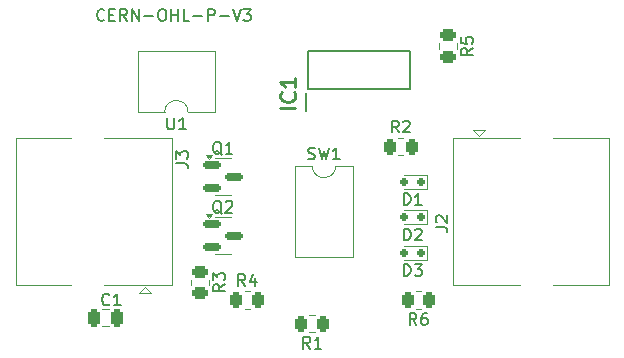
<source format=gbr>
%TF.GenerationSoftware,KiCad,Pcbnew,8.0.1*%
%TF.CreationDate,2024-05-29T09:24:11+02:00*%
%TF.ProjectId,KiCad schema,4b694361-6420-4736-9368-656d612e6b69,rev?*%
%TF.SameCoordinates,Original*%
%TF.FileFunction,Legend,Top*%
%TF.FilePolarity,Positive*%
%FSLAX46Y46*%
G04 Gerber Fmt 4.6, Leading zero omitted, Abs format (unit mm)*
G04 Created by KiCad (PCBNEW 8.0.1) date 2024-05-29 09:24:11*
%MOMM*%
%LPD*%
G01*
G04 APERTURE LIST*
G04 Aperture macros list*
%AMRoundRect*
0 Rectangle with rounded corners*
0 $1 Rounding radius*
0 $2 $3 $4 $5 $6 $7 $8 $9 X,Y pos of 4 corners*
0 Add a 4 corners polygon primitive as box body*
4,1,4,$2,$3,$4,$5,$6,$7,$8,$9,$2,$3,0*
0 Add four circle primitives for the rounded corners*
1,1,$1+$1,$2,$3*
1,1,$1+$1,$4,$5*
1,1,$1+$1,$6,$7*
1,1,$1+$1,$8,$9*
0 Add four rect primitives between the rounded corners*
20,1,$1+$1,$2,$3,$4,$5,0*
20,1,$1+$1,$4,$5,$6,$7,0*
20,1,$1+$1,$6,$7,$8,$9,0*
20,1,$1+$1,$8,$9,$2,$3,0*%
G04 Aperture macros list end*
%ADD10C,0.155000*%
%ADD11C,0.254000*%
%ADD12C,0.153000*%
%ADD13C,0.120000*%
%ADD14C,0.200000*%
%ADD15RoundRect,0.250000X0.262500X0.450000X-0.262500X0.450000X-0.262500X-0.450000X0.262500X-0.450000X0*%
%ADD16R,0.700000X1.550000*%
%ADD17C,2.300000*%
%ADD18R,1.520000X1.520000*%
%ADD19C,1.520000*%
%ADD20RoundRect,0.250000X0.250000X0.475000X-0.250000X0.475000X-0.250000X-0.475000X0.250000X-0.475000X0*%
%ADD21RoundRect,0.150000X-0.587500X-0.150000X0.587500X-0.150000X0.587500X0.150000X-0.587500X0.150000X0*%
%ADD22RoundRect,0.150000X-0.150000X-0.200000X0.150000X-0.200000X0.150000X0.200000X-0.150000X0.200000X0*%
%ADD23R,1.500000X1.780000*%
%ADD24RoundRect,0.250000X-0.450000X0.262500X-0.450000X-0.262500X0.450000X-0.262500X0.450000X0.262500X0*%
%ADD25RoundRect,0.250000X-0.262500X-0.450000X0.262500X-0.450000X0.262500X0.450000X-0.262500X0.450000X0*%
%ADD26R,2.000000X1.780000*%
%ADD27O,1.700000X1.700000*%
%ADD28R,1.700000X1.700000*%
G04 APERTURE END LIST*
D10*
X84411496Y-50774320D02*
X84363877Y-50821940D01*
X84363877Y-50821940D02*
X84221020Y-50869559D01*
X84221020Y-50869559D02*
X84125782Y-50869559D01*
X84125782Y-50869559D02*
X83982925Y-50821940D01*
X83982925Y-50821940D02*
X83887687Y-50726701D01*
X83887687Y-50726701D02*
X83840068Y-50631463D01*
X83840068Y-50631463D02*
X83792449Y-50440987D01*
X83792449Y-50440987D02*
X83792449Y-50298130D01*
X83792449Y-50298130D02*
X83840068Y-50107654D01*
X83840068Y-50107654D02*
X83887687Y-50012416D01*
X83887687Y-50012416D02*
X83982925Y-49917178D01*
X83982925Y-49917178D02*
X84125782Y-49869559D01*
X84125782Y-49869559D02*
X84221020Y-49869559D01*
X84221020Y-49869559D02*
X84363877Y-49917178D01*
X84363877Y-49917178D02*
X84411496Y-49964797D01*
X84840068Y-50345749D02*
X85173401Y-50345749D01*
X85316258Y-50869559D02*
X84840068Y-50869559D01*
X84840068Y-50869559D02*
X84840068Y-49869559D01*
X84840068Y-49869559D02*
X85316258Y-49869559D01*
X86316258Y-50869559D02*
X85982925Y-50393368D01*
X85744830Y-50869559D02*
X85744830Y-49869559D01*
X85744830Y-49869559D02*
X86125782Y-49869559D01*
X86125782Y-49869559D02*
X86221020Y-49917178D01*
X86221020Y-49917178D02*
X86268639Y-49964797D01*
X86268639Y-49964797D02*
X86316258Y-50060035D01*
X86316258Y-50060035D02*
X86316258Y-50202892D01*
X86316258Y-50202892D02*
X86268639Y-50298130D01*
X86268639Y-50298130D02*
X86221020Y-50345749D01*
X86221020Y-50345749D02*
X86125782Y-50393368D01*
X86125782Y-50393368D02*
X85744830Y-50393368D01*
X86744830Y-50869559D02*
X86744830Y-49869559D01*
X86744830Y-49869559D02*
X87316258Y-50869559D01*
X87316258Y-50869559D02*
X87316258Y-49869559D01*
X87792449Y-50488606D02*
X88554354Y-50488606D01*
X89221020Y-49869559D02*
X89411496Y-49869559D01*
X89411496Y-49869559D02*
X89506734Y-49917178D01*
X89506734Y-49917178D02*
X89601972Y-50012416D01*
X89601972Y-50012416D02*
X89649591Y-50202892D01*
X89649591Y-50202892D02*
X89649591Y-50536225D01*
X89649591Y-50536225D02*
X89601972Y-50726701D01*
X89601972Y-50726701D02*
X89506734Y-50821940D01*
X89506734Y-50821940D02*
X89411496Y-50869559D01*
X89411496Y-50869559D02*
X89221020Y-50869559D01*
X89221020Y-50869559D02*
X89125782Y-50821940D01*
X89125782Y-50821940D02*
X89030544Y-50726701D01*
X89030544Y-50726701D02*
X88982925Y-50536225D01*
X88982925Y-50536225D02*
X88982925Y-50202892D01*
X88982925Y-50202892D02*
X89030544Y-50012416D01*
X89030544Y-50012416D02*
X89125782Y-49917178D01*
X89125782Y-49917178D02*
X89221020Y-49869559D01*
X90078163Y-50869559D02*
X90078163Y-49869559D01*
X90078163Y-50345749D02*
X90649591Y-50345749D01*
X90649591Y-50869559D02*
X90649591Y-49869559D01*
X91601972Y-50869559D02*
X91125782Y-50869559D01*
X91125782Y-50869559D02*
X91125782Y-49869559D01*
X91935306Y-50488606D02*
X92697211Y-50488606D01*
X93173401Y-50869559D02*
X93173401Y-49869559D01*
X93173401Y-49869559D02*
X93554353Y-49869559D01*
X93554353Y-49869559D02*
X93649591Y-49917178D01*
X93649591Y-49917178D02*
X93697210Y-49964797D01*
X93697210Y-49964797D02*
X93744829Y-50060035D01*
X93744829Y-50060035D02*
X93744829Y-50202892D01*
X93744829Y-50202892D02*
X93697210Y-50298130D01*
X93697210Y-50298130D02*
X93649591Y-50345749D01*
X93649591Y-50345749D02*
X93554353Y-50393368D01*
X93554353Y-50393368D02*
X93173401Y-50393368D01*
X94173401Y-50488606D02*
X94935306Y-50488606D01*
X95268639Y-49869559D02*
X95601972Y-50869559D01*
X95601972Y-50869559D02*
X95935305Y-49869559D01*
X96173401Y-49869559D02*
X96792448Y-49869559D01*
X96792448Y-49869559D02*
X96459115Y-50250511D01*
X96459115Y-50250511D02*
X96601972Y-50250511D01*
X96601972Y-50250511D02*
X96697210Y-50298130D01*
X96697210Y-50298130D02*
X96744829Y-50345749D01*
X96744829Y-50345749D02*
X96792448Y-50440987D01*
X96792448Y-50440987D02*
X96792448Y-50679082D01*
X96792448Y-50679082D02*
X96744829Y-50774320D01*
X96744829Y-50774320D02*
X96697210Y-50821940D01*
X96697210Y-50821940D02*
X96601972Y-50869559D01*
X96601972Y-50869559D02*
X96316258Y-50869559D01*
X96316258Y-50869559D02*
X96221020Y-50821940D01*
X96221020Y-50821940D02*
X96173401Y-50774320D01*
X101833333Y-78604559D02*
X101500000Y-78128368D01*
X101261905Y-78604559D02*
X101261905Y-77604559D01*
X101261905Y-77604559D02*
X101642857Y-77604559D01*
X101642857Y-77604559D02*
X101738095Y-77652178D01*
X101738095Y-77652178D02*
X101785714Y-77699797D01*
X101785714Y-77699797D02*
X101833333Y-77795035D01*
X101833333Y-77795035D02*
X101833333Y-77937892D01*
X101833333Y-77937892D02*
X101785714Y-78033130D01*
X101785714Y-78033130D02*
X101738095Y-78080749D01*
X101738095Y-78080749D02*
X101642857Y-78128368D01*
X101642857Y-78128368D02*
X101261905Y-78128368D01*
X102785714Y-78604559D02*
X102214286Y-78604559D01*
X102500000Y-78604559D02*
X102500000Y-77604559D01*
X102500000Y-77604559D02*
X102404762Y-77747416D01*
X102404762Y-77747416D02*
X102309524Y-77842654D01*
X102309524Y-77842654D02*
X102214286Y-77890273D01*
D11*
X100574318Y-58239762D02*
X99304318Y-58239762D01*
X100453365Y-56909285D02*
X100513842Y-56969761D01*
X100513842Y-56969761D02*
X100574318Y-57151190D01*
X100574318Y-57151190D02*
X100574318Y-57272142D01*
X100574318Y-57272142D02*
X100513842Y-57453571D01*
X100513842Y-57453571D02*
X100392889Y-57574523D01*
X100392889Y-57574523D02*
X100271937Y-57635000D01*
X100271937Y-57635000D02*
X100030032Y-57695476D01*
X100030032Y-57695476D02*
X99848603Y-57695476D01*
X99848603Y-57695476D02*
X99606699Y-57635000D01*
X99606699Y-57635000D02*
X99485746Y-57574523D01*
X99485746Y-57574523D02*
X99364794Y-57453571D01*
X99364794Y-57453571D02*
X99304318Y-57272142D01*
X99304318Y-57272142D02*
X99304318Y-57151190D01*
X99304318Y-57151190D02*
X99364794Y-56969761D01*
X99364794Y-56969761D02*
X99425270Y-56909285D01*
X100574318Y-55699761D02*
X100574318Y-56425476D01*
X100574318Y-56062619D02*
X99304318Y-56062619D01*
X99304318Y-56062619D02*
X99485746Y-56183571D01*
X99485746Y-56183571D02*
X99606699Y-56304523D01*
X99606699Y-56304523D02*
X99667175Y-56425476D01*
D12*
X90469663Y-62898333D02*
X91183948Y-62898333D01*
X91183948Y-62898333D02*
X91326805Y-62945952D01*
X91326805Y-62945952D02*
X91422044Y-63041190D01*
X91422044Y-63041190D02*
X91469663Y-63184047D01*
X91469663Y-63184047D02*
X91469663Y-63279285D01*
X90469663Y-62517380D02*
X90469663Y-61898333D01*
X90469663Y-61898333D02*
X90850615Y-62231666D01*
X90850615Y-62231666D02*
X90850615Y-62088809D01*
X90850615Y-62088809D02*
X90898234Y-61993571D01*
X90898234Y-61993571D02*
X90945853Y-61945952D01*
X90945853Y-61945952D02*
X91041091Y-61898333D01*
X91041091Y-61898333D02*
X91279186Y-61898333D01*
X91279186Y-61898333D02*
X91374424Y-61945952D01*
X91374424Y-61945952D02*
X91422044Y-61993571D01*
X91422044Y-61993571D02*
X91469663Y-62088809D01*
X91469663Y-62088809D02*
X91469663Y-62374523D01*
X91469663Y-62374523D02*
X91422044Y-62469761D01*
X91422044Y-62469761D02*
X91374424Y-62517380D01*
D10*
X84833333Y-74859320D02*
X84785714Y-74906940D01*
X84785714Y-74906940D02*
X84642857Y-74954559D01*
X84642857Y-74954559D02*
X84547619Y-74954559D01*
X84547619Y-74954559D02*
X84404762Y-74906940D01*
X84404762Y-74906940D02*
X84309524Y-74811701D01*
X84309524Y-74811701D02*
X84261905Y-74716463D01*
X84261905Y-74716463D02*
X84214286Y-74525987D01*
X84214286Y-74525987D02*
X84214286Y-74383130D01*
X84214286Y-74383130D02*
X84261905Y-74192654D01*
X84261905Y-74192654D02*
X84309524Y-74097416D01*
X84309524Y-74097416D02*
X84404762Y-74002178D01*
X84404762Y-74002178D02*
X84547619Y-73954559D01*
X84547619Y-73954559D02*
X84642857Y-73954559D01*
X84642857Y-73954559D02*
X84785714Y-74002178D01*
X84785714Y-74002178D02*
X84833333Y-74049797D01*
X85785714Y-74954559D02*
X85214286Y-74954559D01*
X85500000Y-74954559D02*
X85500000Y-73954559D01*
X85500000Y-73954559D02*
X85404762Y-74097416D01*
X85404762Y-74097416D02*
X85309524Y-74192654D01*
X85309524Y-74192654D02*
X85214286Y-74240273D01*
X94342261Y-62199797D02*
X94247023Y-62152178D01*
X94247023Y-62152178D02*
X94151785Y-62056940D01*
X94151785Y-62056940D02*
X94008928Y-61914082D01*
X94008928Y-61914082D02*
X93913690Y-61866463D01*
X93913690Y-61866463D02*
X93818452Y-61866463D01*
X93866071Y-62104559D02*
X93770833Y-62056940D01*
X93770833Y-62056940D02*
X93675595Y-61961701D01*
X93675595Y-61961701D02*
X93627976Y-61771225D01*
X93627976Y-61771225D02*
X93627976Y-61437892D01*
X93627976Y-61437892D02*
X93675595Y-61247416D01*
X93675595Y-61247416D02*
X93770833Y-61152178D01*
X93770833Y-61152178D02*
X93866071Y-61104559D01*
X93866071Y-61104559D02*
X94056547Y-61104559D01*
X94056547Y-61104559D02*
X94151785Y-61152178D01*
X94151785Y-61152178D02*
X94247023Y-61247416D01*
X94247023Y-61247416D02*
X94294642Y-61437892D01*
X94294642Y-61437892D02*
X94294642Y-61771225D01*
X94294642Y-61771225D02*
X94247023Y-61961701D01*
X94247023Y-61961701D02*
X94151785Y-62056940D01*
X94151785Y-62056940D02*
X94056547Y-62104559D01*
X94056547Y-62104559D02*
X93866071Y-62104559D01*
X95247023Y-62104559D02*
X94675595Y-62104559D01*
X94961309Y-62104559D02*
X94961309Y-61104559D01*
X94961309Y-61104559D02*
X94866071Y-61247416D01*
X94866071Y-61247416D02*
X94770833Y-61342654D01*
X94770833Y-61342654D02*
X94675595Y-61390273D01*
D12*
X109761905Y-72454663D02*
X109761905Y-71454663D01*
X109761905Y-71454663D02*
X110000000Y-71454663D01*
X110000000Y-71454663D02*
X110142857Y-71502282D01*
X110142857Y-71502282D02*
X110238095Y-71597520D01*
X110238095Y-71597520D02*
X110285714Y-71692758D01*
X110285714Y-71692758D02*
X110333333Y-71883234D01*
X110333333Y-71883234D02*
X110333333Y-72026091D01*
X110333333Y-72026091D02*
X110285714Y-72216567D01*
X110285714Y-72216567D02*
X110238095Y-72311805D01*
X110238095Y-72311805D02*
X110142857Y-72407044D01*
X110142857Y-72407044D02*
X110000000Y-72454663D01*
X110000000Y-72454663D02*
X109761905Y-72454663D01*
X110666667Y-71454663D02*
X111285714Y-71454663D01*
X111285714Y-71454663D02*
X110952381Y-71835615D01*
X110952381Y-71835615D02*
X111095238Y-71835615D01*
X111095238Y-71835615D02*
X111190476Y-71883234D01*
X111190476Y-71883234D02*
X111238095Y-71930853D01*
X111238095Y-71930853D02*
X111285714Y-72026091D01*
X111285714Y-72026091D02*
X111285714Y-72264186D01*
X111285714Y-72264186D02*
X111238095Y-72359424D01*
X111238095Y-72359424D02*
X111190476Y-72407044D01*
X111190476Y-72407044D02*
X111095238Y-72454663D01*
X111095238Y-72454663D02*
X110809524Y-72454663D01*
X110809524Y-72454663D02*
X110714286Y-72407044D01*
X110714286Y-72407044D02*
X110666667Y-72359424D01*
X89738095Y-59054663D02*
X89738095Y-59864186D01*
X89738095Y-59864186D02*
X89785714Y-59959424D01*
X89785714Y-59959424D02*
X89833333Y-60007044D01*
X89833333Y-60007044D02*
X89928571Y-60054663D01*
X89928571Y-60054663D02*
X90119047Y-60054663D01*
X90119047Y-60054663D02*
X90214285Y-60007044D01*
X90214285Y-60007044D02*
X90261904Y-59959424D01*
X90261904Y-59959424D02*
X90309523Y-59864186D01*
X90309523Y-59864186D02*
X90309523Y-59054663D01*
X91309523Y-60054663D02*
X90738095Y-60054663D01*
X91023809Y-60054663D02*
X91023809Y-59054663D01*
X91023809Y-59054663D02*
X90928571Y-59197520D01*
X90928571Y-59197520D02*
X90833333Y-59292758D01*
X90833333Y-59292758D02*
X90738095Y-59340377D01*
D10*
X94604559Y-73166666D02*
X94128368Y-73499999D01*
X94604559Y-73738094D02*
X93604559Y-73738094D01*
X93604559Y-73738094D02*
X93604559Y-73357142D01*
X93604559Y-73357142D02*
X93652178Y-73261904D01*
X93652178Y-73261904D02*
X93699797Y-73214285D01*
X93699797Y-73214285D02*
X93795035Y-73166666D01*
X93795035Y-73166666D02*
X93937892Y-73166666D01*
X93937892Y-73166666D02*
X94033130Y-73214285D01*
X94033130Y-73214285D02*
X94080749Y-73261904D01*
X94080749Y-73261904D02*
X94128368Y-73357142D01*
X94128368Y-73357142D02*
X94128368Y-73738094D01*
X93604559Y-72833332D02*
X93604559Y-72214285D01*
X93604559Y-72214285D02*
X93985511Y-72547618D01*
X93985511Y-72547618D02*
X93985511Y-72404761D01*
X93985511Y-72404761D02*
X94033130Y-72309523D01*
X94033130Y-72309523D02*
X94080749Y-72261904D01*
X94080749Y-72261904D02*
X94175987Y-72214285D01*
X94175987Y-72214285D02*
X94414082Y-72214285D01*
X94414082Y-72214285D02*
X94509320Y-72261904D01*
X94509320Y-72261904D02*
X94556940Y-72309523D01*
X94556940Y-72309523D02*
X94604559Y-72404761D01*
X94604559Y-72404761D02*
X94604559Y-72690475D01*
X94604559Y-72690475D02*
X94556940Y-72785713D01*
X94556940Y-72785713D02*
X94509320Y-72833332D01*
X112454559Y-68333333D02*
X113168844Y-68333333D01*
X113168844Y-68333333D02*
X113311701Y-68380952D01*
X113311701Y-68380952D02*
X113406940Y-68476190D01*
X113406940Y-68476190D02*
X113454559Y-68619047D01*
X113454559Y-68619047D02*
X113454559Y-68714285D01*
X112549797Y-67904761D02*
X112502178Y-67857142D01*
X112502178Y-67857142D02*
X112454559Y-67761904D01*
X112454559Y-67761904D02*
X112454559Y-67523809D01*
X112454559Y-67523809D02*
X112502178Y-67428571D01*
X112502178Y-67428571D02*
X112549797Y-67380952D01*
X112549797Y-67380952D02*
X112645035Y-67333333D01*
X112645035Y-67333333D02*
X112740273Y-67333333D01*
X112740273Y-67333333D02*
X112883130Y-67380952D01*
X112883130Y-67380952D02*
X113454559Y-67952380D01*
X113454559Y-67952380D02*
X113454559Y-67333333D01*
X94342261Y-67199797D02*
X94247023Y-67152178D01*
X94247023Y-67152178D02*
X94151785Y-67056940D01*
X94151785Y-67056940D02*
X94008928Y-66914082D01*
X94008928Y-66914082D02*
X93913690Y-66866463D01*
X93913690Y-66866463D02*
X93818452Y-66866463D01*
X93866071Y-67104559D02*
X93770833Y-67056940D01*
X93770833Y-67056940D02*
X93675595Y-66961701D01*
X93675595Y-66961701D02*
X93627976Y-66771225D01*
X93627976Y-66771225D02*
X93627976Y-66437892D01*
X93627976Y-66437892D02*
X93675595Y-66247416D01*
X93675595Y-66247416D02*
X93770833Y-66152178D01*
X93770833Y-66152178D02*
X93866071Y-66104559D01*
X93866071Y-66104559D02*
X94056547Y-66104559D01*
X94056547Y-66104559D02*
X94151785Y-66152178D01*
X94151785Y-66152178D02*
X94247023Y-66247416D01*
X94247023Y-66247416D02*
X94294642Y-66437892D01*
X94294642Y-66437892D02*
X94294642Y-66771225D01*
X94294642Y-66771225D02*
X94247023Y-66961701D01*
X94247023Y-66961701D02*
X94151785Y-67056940D01*
X94151785Y-67056940D02*
X94056547Y-67104559D01*
X94056547Y-67104559D02*
X93866071Y-67104559D01*
X94675595Y-66199797D02*
X94723214Y-66152178D01*
X94723214Y-66152178D02*
X94818452Y-66104559D01*
X94818452Y-66104559D02*
X95056547Y-66104559D01*
X95056547Y-66104559D02*
X95151785Y-66152178D01*
X95151785Y-66152178D02*
X95199404Y-66199797D01*
X95199404Y-66199797D02*
X95247023Y-66295035D01*
X95247023Y-66295035D02*
X95247023Y-66390273D01*
X95247023Y-66390273D02*
X95199404Y-66533130D01*
X95199404Y-66533130D02*
X94627976Y-67104559D01*
X94627976Y-67104559D02*
X95247023Y-67104559D01*
D12*
X115604663Y-53166666D02*
X115128472Y-53499999D01*
X115604663Y-53738094D02*
X114604663Y-53738094D01*
X114604663Y-53738094D02*
X114604663Y-53357142D01*
X114604663Y-53357142D02*
X114652282Y-53261904D01*
X114652282Y-53261904D02*
X114699901Y-53214285D01*
X114699901Y-53214285D02*
X114795139Y-53166666D01*
X114795139Y-53166666D02*
X114937996Y-53166666D01*
X114937996Y-53166666D02*
X115033234Y-53214285D01*
X115033234Y-53214285D02*
X115080853Y-53261904D01*
X115080853Y-53261904D02*
X115128472Y-53357142D01*
X115128472Y-53357142D02*
X115128472Y-53738094D01*
X114604663Y-52261904D02*
X114604663Y-52738094D01*
X114604663Y-52738094D02*
X115080853Y-52785713D01*
X115080853Y-52785713D02*
X115033234Y-52738094D01*
X115033234Y-52738094D02*
X114985615Y-52642856D01*
X114985615Y-52642856D02*
X114985615Y-52404761D01*
X114985615Y-52404761D02*
X115033234Y-52309523D01*
X115033234Y-52309523D02*
X115080853Y-52261904D01*
X115080853Y-52261904D02*
X115176091Y-52214285D01*
X115176091Y-52214285D02*
X115414186Y-52214285D01*
X115414186Y-52214285D02*
X115509424Y-52261904D01*
X115509424Y-52261904D02*
X115557044Y-52309523D01*
X115557044Y-52309523D02*
X115604663Y-52404761D01*
X115604663Y-52404761D02*
X115604663Y-52642856D01*
X115604663Y-52642856D02*
X115557044Y-52738094D01*
X115557044Y-52738094D02*
X115509424Y-52785713D01*
D10*
X96333333Y-73304559D02*
X96000000Y-72828368D01*
X95761905Y-73304559D02*
X95761905Y-72304559D01*
X95761905Y-72304559D02*
X96142857Y-72304559D01*
X96142857Y-72304559D02*
X96238095Y-72352178D01*
X96238095Y-72352178D02*
X96285714Y-72399797D01*
X96285714Y-72399797D02*
X96333333Y-72495035D01*
X96333333Y-72495035D02*
X96333333Y-72637892D01*
X96333333Y-72637892D02*
X96285714Y-72733130D01*
X96285714Y-72733130D02*
X96238095Y-72780749D01*
X96238095Y-72780749D02*
X96142857Y-72828368D01*
X96142857Y-72828368D02*
X95761905Y-72828368D01*
X97190476Y-72637892D02*
X97190476Y-73304559D01*
X96952381Y-72256940D02*
X96714286Y-72971225D01*
X96714286Y-72971225D02*
X97333333Y-72971225D01*
D12*
X101666667Y-62537044D02*
X101809524Y-62584663D01*
X101809524Y-62584663D02*
X102047619Y-62584663D01*
X102047619Y-62584663D02*
X102142857Y-62537044D01*
X102142857Y-62537044D02*
X102190476Y-62489424D01*
X102190476Y-62489424D02*
X102238095Y-62394186D01*
X102238095Y-62394186D02*
X102238095Y-62298948D01*
X102238095Y-62298948D02*
X102190476Y-62203710D01*
X102190476Y-62203710D02*
X102142857Y-62156091D01*
X102142857Y-62156091D02*
X102047619Y-62108472D01*
X102047619Y-62108472D02*
X101857143Y-62060853D01*
X101857143Y-62060853D02*
X101761905Y-62013234D01*
X101761905Y-62013234D02*
X101714286Y-61965615D01*
X101714286Y-61965615D02*
X101666667Y-61870377D01*
X101666667Y-61870377D02*
X101666667Y-61775139D01*
X101666667Y-61775139D02*
X101714286Y-61679901D01*
X101714286Y-61679901D02*
X101761905Y-61632282D01*
X101761905Y-61632282D02*
X101857143Y-61584663D01*
X101857143Y-61584663D02*
X102095238Y-61584663D01*
X102095238Y-61584663D02*
X102238095Y-61632282D01*
X102571429Y-61584663D02*
X102809524Y-62584663D01*
X102809524Y-62584663D02*
X103000000Y-61870377D01*
X103000000Y-61870377D02*
X103190476Y-62584663D01*
X103190476Y-62584663D02*
X103428572Y-61584663D01*
X104333333Y-62584663D02*
X103761905Y-62584663D01*
X104047619Y-62584663D02*
X104047619Y-61584663D01*
X104047619Y-61584663D02*
X103952381Y-61727520D01*
X103952381Y-61727520D02*
X103857143Y-61822758D01*
X103857143Y-61822758D02*
X103761905Y-61870377D01*
X109761905Y-66454663D02*
X109761905Y-65454663D01*
X109761905Y-65454663D02*
X110000000Y-65454663D01*
X110000000Y-65454663D02*
X110142857Y-65502282D01*
X110142857Y-65502282D02*
X110238095Y-65597520D01*
X110238095Y-65597520D02*
X110285714Y-65692758D01*
X110285714Y-65692758D02*
X110333333Y-65883234D01*
X110333333Y-65883234D02*
X110333333Y-66026091D01*
X110333333Y-66026091D02*
X110285714Y-66216567D01*
X110285714Y-66216567D02*
X110238095Y-66311805D01*
X110238095Y-66311805D02*
X110142857Y-66407044D01*
X110142857Y-66407044D02*
X110000000Y-66454663D01*
X110000000Y-66454663D02*
X109761905Y-66454663D01*
X111285714Y-66454663D02*
X110714286Y-66454663D01*
X111000000Y-66454663D02*
X111000000Y-65454663D01*
X111000000Y-65454663D02*
X110904762Y-65597520D01*
X110904762Y-65597520D02*
X110809524Y-65692758D01*
X110809524Y-65692758D02*
X110714286Y-65740377D01*
X110833333Y-76604663D02*
X110500000Y-76128472D01*
X110261905Y-76604663D02*
X110261905Y-75604663D01*
X110261905Y-75604663D02*
X110642857Y-75604663D01*
X110642857Y-75604663D02*
X110738095Y-75652282D01*
X110738095Y-75652282D02*
X110785714Y-75699901D01*
X110785714Y-75699901D02*
X110833333Y-75795139D01*
X110833333Y-75795139D02*
X110833333Y-75937996D01*
X110833333Y-75937996D02*
X110785714Y-76033234D01*
X110785714Y-76033234D02*
X110738095Y-76080853D01*
X110738095Y-76080853D02*
X110642857Y-76128472D01*
X110642857Y-76128472D02*
X110261905Y-76128472D01*
X111690476Y-75604663D02*
X111500000Y-75604663D01*
X111500000Y-75604663D02*
X111404762Y-75652282D01*
X111404762Y-75652282D02*
X111357143Y-75699901D01*
X111357143Y-75699901D02*
X111261905Y-75842758D01*
X111261905Y-75842758D02*
X111214286Y-76033234D01*
X111214286Y-76033234D02*
X111214286Y-76414186D01*
X111214286Y-76414186D02*
X111261905Y-76509424D01*
X111261905Y-76509424D02*
X111309524Y-76557044D01*
X111309524Y-76557044D02*
X111404762Y-76604663D01*
X111404762Y-76604663D02*
X111595238Y-76604663D01*
X111595238Y-76604663D02*
X111690476Y-76557044D01*
X111690476Y-76557044D02*
X111738095Y-76509424D01*
X111738095Y-76509424D02*
X111785714Y-76414186D01*
X111785714Y-76414186D02*
X111785714Y-76176091D01*
X111785714Y-76176091D02*
X111738095Y-76080853D01*
X111738095Y-76080853D02*
X111690476Y-76033234D01*
X111690476Y-76033234D02*
X111595238Y-75985615D01*
X111595238Y-75985615D02*
X111404762Y-75985615D01*
X111404762Y-75985615D02*
X111309524Y-76033234D01*
X111309524Y-76033234D02*
X111261905Y-76080853D01*
X111261905Y-76080853D02*
X111214286Y-76176091D01*
D10*
X109333333Y-60304559D02*
X109000000Y-59828368D01*
X108761905Y-60304559D02*
X108761905Y-59304559D01*
X108761905Y-59304559D02*
X109142857Y-59304559D01*
X109142857Y-59304559D02*
X109238095Y-59352178D01*
X109238095Y-59352178D02*
X109285714Y-59399797D01*
X109285714Y-59399797D02*
X109333333Y-59495035D01*
X109333333Y-59495035D02*
X109333333Y-59637892D01*
X109333333Y-59637892D02*
X109285714Y-59733130D01*
X109285714Y-59733130D02*
X109238095Y-59780749D01*
X109238095Y-59780749D02*
X109142857Y-59828368D01*
X109142857Y-59828368D02*
X108761905Y-59828368D01*
X109714286Y-59399797D02*
X109761905Y-59352178D01*
X109761905Y-59352178D02*
X109857143Y-59304559D01*
X109857143Y-59304559D02*
X110095238Y-59304559D01*
X110095238Y-59304559D02*
X110190476Y-59352178D01*
X110190476Y-59352178D02*
X110238095Y-59399797D01*
X110238095Y-59399797D02*
X110285714Y-59495035D01*
X110285714Y-59495035D02*
X110285714Y-59590273D01*
X110285714Y-59590273D02*
X110238095Y-59733130D01*
X110238095Y-59733130D02*
X109666667Y-60304559D01*
X109666667Y-60304559D02*
X110285714Y-60304559D01*
D12*
X109761905Y-69454663D02*
X109761905Y-68454663D01*
X109761905Y-68454663D02*
X110000000Y-68454663D01*
X110000000Y-68454663D02*
X110142857Y-68502282D01*
X110142857Y-68502282D02*
X110238095Y-68597520D01*
X110238095Y-68597520D02*
X110285714Y-68692758D01*
X110285714Y-68692758D02*
X110333333Y-68883234D01*
X110333333Y-68883234D02*
X110333333Y-69026091D01*
X110333333Y-69026091D02*
X110285714Y-69216567D01*
X110285714Y-69216567D02*
X110238095Y-69311805D01*
X110238095Y-69311805D02*
X110142857Y-69407044D01*
X110142857Y-69407044D02*
X110000000Y-69454663D01*
X110000000Y-69454663D02*
X109761905Y-69454663D01*
X110714286Y-68549901D02*
X110761905Y-68502282D01*
X110761905Y-68502282D02*
X110857143Y-68454663D01*
X110857143Y-68454663D02*
X111095238Y-68454663D01*
X111095238Y-68454663D02*
X111190476Y-68502282D01*
X111190476Y-68502282D02*
X111238095Y-68549901D01*
X111238095Y-68549901D02*
X111285714Y-68645139D01*
X111285714Y-68645139D02*
X111285714Y-68740377D01*
X111285714Y-68740377D02*
X111238095Y-68883234D01*
X111238095Y-68883234D02*
X110666667Y-69454663D01*
X110666667Y-69454663D02*
X111285714Y-69454663D01*
D13*
%TO.C,R1*%
X102227064Y-75765000D02*
X101772936Y-75765000D01*
X102227064Y-77235000D02*
X101772936Y-77235000D01*
D14*
%TO.C,IC1*%
X101490000Y-58500000D02*
X101490000Y-56950000D01*
X101675000Y-53400000D02*
X110325000Y-53400000D01*
X101675000Y-56600000D02*
X101675000Y-53400000D01*
X110325000Y-53400000D02*
X110325000Y-56600000D01*
X110325000Y-56600000D02*
X101675000Y-56600000D01*
D13*
%TO.C,J3*%
X76890000Y-60790000D02*
X76890000Y-73210000D01*
X81620000Y-60790000D02*
X76890000Y-60790000D01*
X81620000Y-73210000D02*
X76890000Y-73210000D01*
X87840000Y-73370000D02*
X87340000Y-73870000D01*
X88340000Y-73870000D02*
X87340000Y-73870000D01*
X88340000Y-73870000D02*
X87840000Y-73370000D01*
X90110000Y-60790000D02*
X84370000Y-60790000D01*
X90110000Y-60790000D02*
X90110000Y-73210000D01*
X90110000Y-73210000D02*
X84370000Y-73210000D01*
%TO.C,C1*%
X84761252Y-75265000D02*
X84238748Y-75265000D01*
X84761252Y-76735000D02*
X84238748Y-76735000D01*
%TO.C,Q1*%
X94437500Y-62490000D02*
X93787500Y-62490000D01*
X94437500Y-62490000D02*
X95087500Y-62490000D01*
X94437500Y-65610000D02*
X93787500Y-65610000D01*
X94437500Y-65610000D02*
X95087500Y-65610000D01*
X93275000Y-62540000D02*
X93035000Y-62210000D01*
X93515000Y-62210000D01*
X93275000Y-62540000D01*
G36*
X93275000Y-62540000D02*
G01*
X93035000Y-62210000D01*
X93515000Y-62210000D01*
X93275000Y-62540000D01*
G37*
%TO.C,D3*%
X109800000Y-69900000D02*
X111760000Y-69900000D01*
X109800000Y-71100000D02*
X111760000Y-71100000D01*
X111760000Y-71100000D02*
X111760000Y-69900000D01*
%TO.C,U1*%
X87265000Y-53400000D02*
X87265000Y-58600000D01*
X87265000Y-58600000D02*
X89500000Y-58600000D01*
X91500000Y-58600000D02*
X93735000Y-58600000D01*
X93735000Y-53400000D02*
X87265000Y-53400000D01*
X93735000Y-58600000D02*
X93735000Y-53400000D01*
X89500000Y-58600000D02*
G75*
G02*
X91500000Y-58600000I1000000J0D01*
G01*
%TO.C,R3*%
X91765000Y-72772936D02*
X91765000Y-73227064D01*
X93235000Y-72772936D02*
X93235000Y-73227064D01*
%TO.C,J2*%
X113890000Y-60790000D02*
X119630000Y-60790000D01*
X113890000Y-73210000D02*
X113890000Y-60790000D01*
X113890000Y-73210000D02*
X119630000Y-73210000D01*
X115660000Y-60130000D02*
X116160000Y-60630000D01*
X115660000Y-60130000D02*
X116660000Y-60130000D01*
X116160000Y-60630000D02*
X116660000Y-60130000D01*
X122380000Y-60790000D02*
X127110000Y-60790000D01*
X122380000Y-73210000D02*
X127110000Y-73210000D01*
X127110000Y-73210000D02*
X127110000Y-60790000D01*
%TO.C,Q2*%
X94437500Y-67490000D02*
X93787500Y-67490000D01*
X94437500Y-67490000D02*
X95087500Y-67490000D01*
X94437500Y-70610000D02*
X93787500Y-70610000D01*
X94437500Y-70610000D02*
X95087500Y-70610000D01*
X93275000Y-67540000D02*
X93035000Y-67210000D01*
X93515000Y-67210000D01*
X93275000Y-67540000D01*
G36*
X93275000Y-67540000D02*
G01*
X93035000Y-67210000D01*
X93515000Y-67210000D01*
X93275000Y-67540000D01*
G37*
%TO.C,R5*%
X112765000Y-52772936D02*
X112765000Y-53227064D01*
X114235000Y-52772936D02*
X114235000Y-53227064D01*
%TO.C,R4*%
X96272936Y-73765000D02*
X96727064Y-73765000D01*
X96272936Y-75235000D02*
X96727064Y-75235000D01*
%TO.C,SW1*%
X100550000Y-63130000D02*
X100550000Y-70870000D01*
X100550000Y-70870000D02*
X105450000Y-70870000D01*
X102000000Y-63130000D02*
X100550000Y-63130000D01*
X105450000Y-63130000D02*
X104000000Y-63130000D01*
X105450000Y-70870000D02*
X105450000Y-63130000D01*
X104000000Y-63130000D02*
G75*
G02*
X102000000Y-63130000I-1000000J0D01*
G01*
%TO.C,D1*%
X109800000Y-63900000D02*
X111760000Y-63900000D01*
X109800000Y-65100000D02*
X111760000Y-65100000D01*
X111760000Y-65100000D02*
X111760000Y-63900000D01*
%TO.C,R6*%
X111227064Y-73765000D02*
X110772936Y-73765000D01*
X111227064Y-75235000D02*
X110772936Y-75235000D01*
%TO.C,R2*%
X109272936Y-60765000D02*
X109727064Y-60765000D01*
X109272936Y-62235000D02*
X109727064Y-62235000D01*
%TO.C,D2*%
X109800000Y-66900000D02*
X111760000Y-66900000D01*
X109800000Y-68100000D02*
X111760000Y-68100000D01*
X111760000Y-68100000D02*
X111760000Y-66900000D01*
%TD*%
%LPC*%
D15*
%TO.C,R1*%
X102912500Y-76500000D03*
X101087500Y-76500000D03*
%TD*%
D16*
%TO.C,IC1*%
X102190000Y-57725000D03*
X103460000Y-57725000D03*
X104730000Y-57725000D03*
X106000000Y-57725000D03*
X107270000Y-57725000D03*
X108540000Y-57725000D03*
X109810000Y-57725000D03*
X109810000Y-52275000D03*
X108540000Y-52275000D03*
X107270000Y-52275000D03*
X106000000Y-52275000D03*
X104730000Y-52275000D03*
X103460000Y-52275000D03*
X102190000Y-52275000D03*
%TD*%
D17*
%TO.C,J3*%
X83000000Y-61000000D03*
X83000000Y-73000000D03*
D18*
X87840000Y-69550000D03*
D19*
X85300000Y-68530000D03*
X87840000Y-67510000D03*
X85300000Y-66490000D03*
X87840000Y-65470000D03*
X85300000Y-64450000D03*
%TD*%
D20*
%TO.C,C1*%
X85450000Y-76000000D03*
X83550000Y-76000000D03*
%TD*%
D21*
%TO.C,Q1*%
X93500000Y-63100000D03*
X93500000Y-65000000D03*
X95375000Y-64050000D03*
%TD*%
D22*
%TO.C,D3*%
X111200000Y-70500000D03*
X109800000Y-70500000D03*
%TD*%
D23*
%TO.C,U1*%
X95265000Y-57270000D03*
X95265000Y-54730000D03*
X85735000Y-54730000D03*
X85735000Y-57270000D03*
%TD*%
D24*
%TO.C,R3*%
X92500000Y-72087500D03*
X92500000Y-73912500D03*
%TD*%
D17*
%TO.C,J2*%
X121000000Y-73000000D03*
X121000000Y-61000000D03*
D18*
X116160000Y-64450000D03*
D19*
X118700000Y-65470000D03*
X116160000Y-66490000D03*
X118700000Y-67510000D03*
X116160000Y-68530000D03*
X118700000Y-69550000D03*
%TD*%
D21*
%TO.C,Q2*%
X93500000Y-68100000D03*
X93500000Y-70000000D03*
X95375000Y-69050000D03*
%TD*%
D24*
%TO.C,R5*%
X113500000Y-52087500D03*
X113500000Y-53912500D03*
%TD*%
D25*
%TO.C,R4*%
X95587500Y-74500000D03*
X97412500Y-74500000D03*
%TD*%
D26*
%TO.C,SW1*%
X99190000Y-64460000D03*
X99190000Y-67000000D03*
X99190000Y-69540000D03*
X106810000Y-69540000D03*
X106810000Y-67000000D03*
X106810000Y-64460000D03*
%TD*%
D22*
%TO.C,D1*%
X111200000Y-64500000D03*
X109800000Y-64500000D03*
%TD*%
D15*
%TO.C,R6*%
X111912500Y-74500000D03*
X110087500Y-74500000D03*
%TD*%
D25*
%TO.C,R2*%
X108587500Y-61500000D03*
X110412500Y-61500000D03*
%TD*%
D22*
%TO.C,D2*%
X111200000Y-67500000D03*
X109800000Y-67500000D03*
%TD*%
D27*
%TO.C,J1*%
X89580000Y-80000000D03*
X87040000Y-82540000D03*
X87040000Y-80000000D03*
D28*
X84500000Y-80000000D03*
D27*
X92120000Y-82540000D03*
X92120000Y-80000000D03*
X97200000Y-82540000D03*
X94660000Y-82540000D03*
X94660000Y-80000000D03*
X102280000Y-82540000D03*
X102280000Y-80000000D03*
X99740000Y-80000000D03*
X99740000Y-82540000D03*
X97200000Y-80000000D03*
X84500000Y-82540000D03*
X89580000Y-82540000D03*
%TD*%
%LPD*%
M02*

</source>
